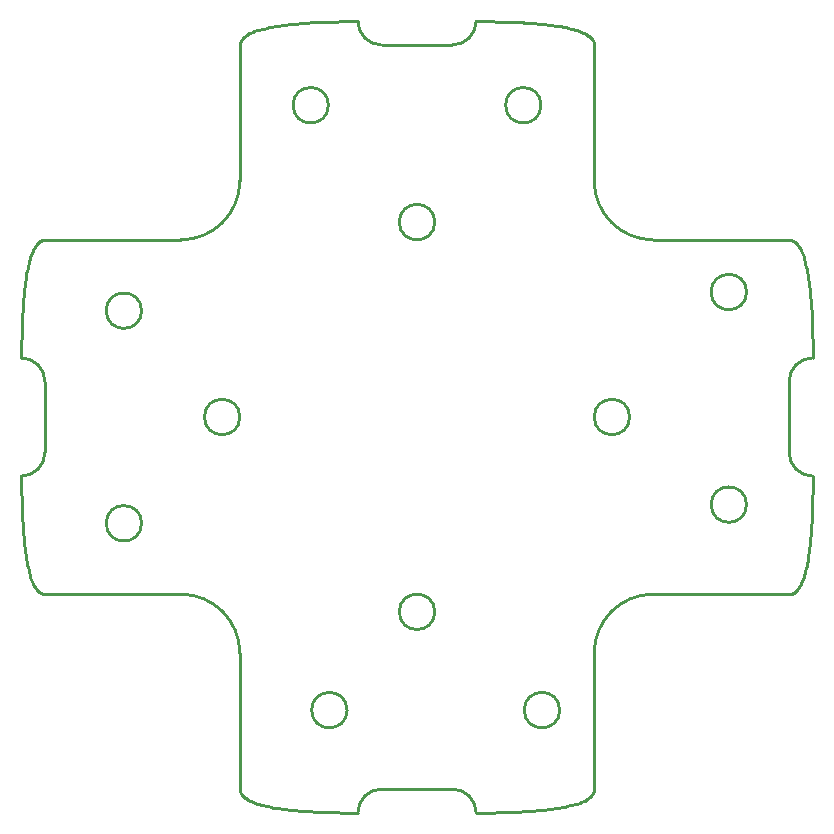
<source format=gm1>
%TF.GenerationSoftware,KiCad,Pcbnew,8.0.1*%
%TF.CreationDate,2024-03-29T22:51:32+02:00*%
%TF.ProjectId,Veis,56656973-2e6b-4696-9361-645f70636258,rev?*%
%TF.SameCoordinates,Original*%
%TF.FileFunction,Profile,NP*%
%FSLAX46Y46*%
G04 Gerber Fmt 4.6, Leading zero omitted, Abs format (unit mm)*
G04 Created by KiCad (PCBNEW 8.0.1) date 2024-03-29 22:51:32*
%MOMM*%
%LPD*%
G01*
G04 APERTURE LIST*
%ADD10C,0.250000*%
%TA.AperFunction,Profile*%
%ADD11C,0.250000*%
%TD*%
G04 APERTURE END LIST*
D10*
X141143827Y-123400123D02*
X141247531Y-123468272D01*
X140669753Y-122783827D02*
X140694444Y-122867778D01*
D11*
X158650000Y-122610000D02*
G75*
G02*
X160650000Y-124610000I0J-2000000D01*
G01*
X166150000Y-64711613D02*
G75*
G02*
X163150000Y-64711613I-1500000J0D01*
G01*
X163150000Y-64711613D02*
G75*
G02*
X166150000Y-64711613I1500000J0D01*
G01*
D10*
X170627324Y-122795941D02*
X170650000Y-122610000D01*
X123964059Y-106087324D02*
X124150000Y-106110000D01*
X149720295Y-57614535D02*
X149443919Y-57617645D01*
X149167555Y-57621808D01*
X148891208Y-57626986D01*
X148835941Y-57628141D01*
X123099136Y-77077901D02*
X123038889Y-77221111D01*
X162464059Y-124591859D02*
X162726275Y-124585842D01*
X162988468Y-124578882D01*
X163250632Y-124570907D01*
X163303061Y-124569184D01*
X123810247Y-76189012D02*
X123730247Y-76233457D01*
X142077160Y-123835679D02*
X142250000Y-123890000D01*
X146454989Y-57723379D02*
X146191283Y-57740663D01*
X145927693Y-57759628D01*
X145752041Y-57773265D01*
D11*
X170650000Y-122610000D02*
X170650000Y-111110000D01*
D10*
X147996939Y-57650816D02*
X147724073Y-57660506D01*
X147451255Y-57671457D01*
X147203288Y-57682562D01*
X188074444Y-105398889D02*
X188138642Y-105275432D01*
X147780864Y-124561605D02*
X148042275Y-124570678D01*
X148161111Y-124574444D01*
X167563580Y-58005062D02*
X167311728Y-57966543D01*
D11*
X170650000Y-111110000D02*
G75*
G02*
X175650000Y-106110000I5000000J0D01*
G01*
D10*
X166205556Y-57832222D02*
X165951406Y-57807867D01*
X165904321Y-57803580D01*
X188532716Y-104134691D02*
X188581111Y-103932222D01*
X123161358Y-76944568D02*
X123099136Y-77077901D01*
X189131859Y-84295941D02*
X189125842Y-84033724D01*
X189118882Y-83771531D01*
X189110907Y-83509367D01*
X189109184Y-83456939D01*
X124150000Y-76110000D02*
X124062099Y-76114938D01*
X160650000Y-124610000D02*
X160911483Y-124609257D01*
X161172965Y-124608240D01*
X161434442Y-124606673D01*
X161579705Y-124605465D01*
X167384694Y-124242653D02*
X167645798Y-124201587D01*
X167906236Y-124156485D01*
X122767284Y-78085309D02*
X122718889Y-78287778D01*
X188830000Y-102510000D02*
X188862499Y-102255381D01*
X188864568Y-102238395D01*
X142101247Y-58376440D02*
X141855922Y-58462121D01*
X141761111Y-58498889D01*
X163519136Y-57658395D02*
X163257724Y-57649321D01*
X163138889Y-57645556D01*
X122185556Y-83621111D02*
X122178172Y-83877122D01*
X122174691Y-84011235D01*
X123460658Y-105747188D02*
X123619388Y-105905918D01*
D11*
X140650000Y-71110000D02*
G75*
G02*
X135650001Y-76110000I-5000000J0D01*
G01*
D10*
X161579705Y-124605465D02*
X161856080Y-124602354D01*
X162132444Y-124598191D01*
X162408791Y-124593013D01*
X162464059Y-124591859D01*
D11*
X170650000Y-71110000D02*
X170650000Y-59610000D01*
D10*
X143915306Y-57977347D02*
X143654201Y-58018412D01*
X143393764Y-58063515D01*
X146027778Y-124467778D02*
X146286250Y-124485748D01*
X146358642Y-124490494D01*
X122803061Y-104273265D02*
X122871471Y-104514922D01*
X122916440Y-104658753D01*
X188430000Y-104510000D02*
X188482346Y-104327284D01*
D11*
X183548387Y-98529192D02*
G75*
G02*
X180548387Y-98529192I-1500000J0D01*
G01*
X180548387Y-98529192D02*
G75*
G02*
X183548387Y-98529192I1500000J0D01*
G01*
D10*
X150650000Y-57610000D02*
X150388516Y-57610742D01*
X150127034Y-57611759D01*
X149865557Y-57613326D01*
X149720295Y-57614535D01*
X141216893Y-58770998D02*
X141012812Y-58920658D01*
X189125309Y-98208765D02*
X189131120Y-97958770D01*
X189134198Y-97808765D01*
X170083107Y-123449002D02*
X170287188Y-123299342D01*
X188138642Y-105275432D02*
X188200864Y-105142099D01*
X141761111Y-123721111D02*
X141914198Y-123779383D01*
X144250000Y-124290000D02*
X144504618Y-124322499D01*
X144521605Y-124324568D01*
X164600617Y-57708765D02*
X164348624Y-57695026D01*
X164250000Y-57690000D01*
X188859751Y-79942200D02*
X188827855Y-79693935D01*
X188793132Y-79446050D01*
X188782653Y-79375306D01*
X170333951Y-58962099D02*
X170250000Y-58890000D01*
X147050000Y-124530000D02*
X147309093Y-124542312D01*
X147410494Y-124546790D01*
X142917574Y-58158753D02*
X142661200Y-58218377D01*
X142486735Y-58263061D01*
X123170408Y-105293673D02*
X123291927Y-105512799D01*
X123310998Y-105543107D01*
X140854082Y-59079388D02*
X140740703Y-59247188D01*
X187489753Y-106030988D02*
X187569753Y-105986543D01*
X188983086Y-101053210D02*
X189002607Y-100802455D01*
X189007778Y-100732222D01*
X189150000Y-86110000D02*
X189149257Y-85848516D01*
X189148240Y-85587034D01*
X189146673Y-85325557D01*
X189145465Y-85180295D01*
X149361111Y-124601111D02*
X149623453Y-124604435D01*
X149780864Y-124606049D01*
X188793457Y-102771728D02*
X188828907Y-102518185D01*
X188830000Y-102510000D01*
X168382426Y-124061247D02*
X168638799Y-124001622D01*
X168813265Y-123956939D01*
X187680612Y-76314082D02*
X187512812Y-76200703D01*
X122470000Y-79710000D02*
X122437500Y-79964618D01*
X122435432Y-79981605D01*
X189149012Y-96549506D02*
X189149745Y-96288550D01*
X189150000Y-96110000D01*
X166205556Y-124387778D02*
X166454464Y-124361813D01*
X166703127Y-124333592D01*
X166817800Y-124319751D01*
X122230000Y-82510000D02*
X122217687Y-82769093D01*
X122213210Y-82870494D01*
X187797901Y-105793951D02*
X187870000Y-105710000D01*
X122154535Y-97039705D02*
X122157645Y-97316080D01*
X122161808Y-97592444D01*
X122166986Y-97868791D01*
X122168141Y-97924059D01*
X147203288Y-57682562D02*
X146945990Y-57695307D01*
X146688762Y-57709373D01*
X146454989Y-57723379D01*
X164250000Y-57690000D02*
X163990906Y-57677687D01*
X163889506Y-57673210D01*
X122248765Y-82159383D02*
X122235026Y-82411375D01*
X122230000Y-82510000D01*
X166496914Y-57862840D02*
X166241992Y-57835888D01*
X166205556Y-57832222D01*
D11*
X124150000Y-106110000D02*
X135650000Y-106110000D01*
D10*
X140966049Y-123257901D02*
X141050000Y-123330000D01*
X123502099Y-76426049D02*
X123430000Y-76510000D01*
X144482200Y-57900249D02*
X144233935Y-57932144D01*
X143986050Y-57966867D01*
X143915306Y-57977347D01*
X122165802Y-84411235D02*
X122161229Y-84667403D01*
X122158889Y-84821111D01*
X188375679Y-104682840D02*
X188430000Y-104510000D01*
X188986735Y-81212041D02*
X188964346Y-80944752D01*
X188939846Y-80677650D01*
X188927778Y-80554444D01*
X146699383Y-124511235D02*
X146951375Y-124524973D01*
X147050000Y-124530000D01*
X122870000Y-77710000D02*
X122817654Y-77892716D01*
X165593210Y-57776914D02*
X165342455Y-57757392D01*
X165272222Y-57752222D01*
X142827778Y-124041111D02*
X143040123Y-124087531D01*
X161089506Y-57610988D02*
X160828550Y-57610254D01*
X160650000Y-57610000D01*
X167805556Y-58045556D02*
X167563580Y-58005062D01*
X122198395Y-83240864D02*
X122189321Y-83502275D01*
X122185556Y-83621111D01*
X162348765Y-57625802D02*
X162092596Y-57621229D01*
X161938889Y-57618889D01*
D11*
X149730808Y-115927579D02*
G75*
G02*
X146730808Y-115927579I-1500000J0D01*
G01*
X146730808Y-115927579D02*
G75*
G02*
X149730808Y-115927579I1500000J0D01*
G01*
D10*
X122440249Y-102277800D02*
X122472144Y-102526064D01*
X122506867Y-102773949D01*
X122517347Y-102844694D01*
X123787188Y-106019297D02*
X123964059Y-106087324D01*
X140694444Y-122867778D02*
X140729012Y-122949753D01*
D11*
X187150000Y-88110000D02*
X187150000Y-94110000D01*
D10*
X123038889Y-77221111D02*
X122980617Y-77374198D01*
X168674691Y-58227284D02*
X168472222Y-58178889D01*
X187407778Y-106065556D02*
X187489753Y-106030988D01*
X143262346Y-124131975D02*
X143494444Y-124174444D01*
D11*
X140650000Y-91110000D02*
G75*
G02*
X137650000Y-91110000I-1500000J0D01*
G01*
X137650000Y-91110000D02*
G75*
G02*
X140650000Y-91110000I1500000J0D01*
G01*
X167730808Y-115927579D02*
G75*
G02*
X164730808Y-115927579I-1500000J0D01*
G01*
X164730808Y-115927579D02*
G75*
G02*
X167730808Y-115927579I1500000J0D01*
G01*
D10*
X189030494Y-100401358D02*
X189046288Y-100145816D01*
X189051235Y-100060617D01*
X122174691Y-84011235D02*
X122168879Y-84261229D01*
X122165802Y-84411235D01*
X142486735Y-58263061D02*
X142245077Y-58331471D01*
X142101247Y-58376440D01*
X165904321Y-57803580D02*
X165651561Y-57781702D01*
X165593210Y-57776914D01*
X122672469Y-78500123D02*
X122628025Y-78722346D01*
X150210494Y-124609012D02*
X150471449Y-124609745D01*
X150650000Y-124610000D01*
X142432716Y-123942346D02*
X142625309Y-123992716D01*
X188754938Y-103023580D02*
X188793457Y-102771728D01*
X123430000Y-76510000D02*
X123359877Y-76603827D01*
X123619388Y-105905918D02*
X123787188Y-106019297D01*
X167311728Y-57966543D02*
X167058185Y-57931092D01*
X167050000Y-57930000D01*
X141247531Y-123468272D02*
X141361111Y-123534444D01*
X123576173Y-76351975D02*
X123502099Y-76426049D01*
X149780864Y-124606049D02*
X150035955Y-124608078D01*
X150210494Y-124609012D01*
X170605556Y-59352222D02*
X170570988Y-59270247D01*
X143736420Y-124214938D02*
X143988272Y-124253457D01*
X122150988Y-85670494D02*
X122150254Y-85931449D01*
X122150000Y-86110000D01*
X147410494Y-124546790D02*
X147665113Y-124557228D01*
X147780864Y-124561605D01*
X122545062Y-79196420D02*
X122506543Y-79448272D01*
X169938889Y-58685556D02*
X169815432Y-58621358D01*
X122158889Y-84821111D02*
X122155564Y-85083453D01*
X122153951Y-85240864D01*
X168867284Y-58277654D02*
X168674691Y-58227284D01*
X188581111Y-103932222D02*
X188627531Y-103719877D01*
X122292222Y-81487778D02*
X122274251Y-81746250D01*
X122269506Y-81818642D01*
X122698753Y-103842426D02*
X122758377Y-104098799D01*
X122803061Y-104273265D01*
X187839342Y-76472812D02*
X187680612Y-76314082D01*
D11*
X160650000Y-57610000D02*
G75*
G02*
X158650000Y-59610000I-2000000J0D01*
G01*
D10*
X189146049Y-96979136D02*
X189148078Y-96724044D01*
X189149012Y-96549506D01*
X169682099Y-58559136D02*
X169538889Y-58498889D01*
X141466327Y-58630408D02*
X141247200Y-58751927D01*
X141216893Y-58770998D01*
D11*
X183548387Y-80529192D02*
G75*
G02*
X180548387Y-80529192I-1500000J0D01*
G01*
X180548387Y-80529192D02*
G75*
G02*
X183548387Y-80529192I1500000J0D01*
G01*
D10*
X148551235Y-124585309D02*
X148801229Y-124591120D01*
X148951235Y-124594198D01*
X122924321Y-77537160D02*
X122870000Y-77710000D01*
X144521605Y-124324568D02*
X144776682Y-124354233D01*
X144803086Y-124357160D01*
X188319383Y-104845802D02*
X188375679Y-104682840D01*
X140729012Y-122949753D02*
X140773457Y-123029753D01*
X170559297Y-122972812D02*
X170627324Y-122795941D01*
D11*
X132332421Y-82110000D02*
G75*
G02*
X129332421Y-82110000I-1500000J0D01*
G01*
X129332421Y-82110000D02*
G75*
G02*
X132332421Y-82110000I1500000J0D01*
G01*
D10*
X188897160Y-101956914D02*
X188924111Y-101701992D01*
X188927778Y-101665556D01*
D11*
X135650000Y-106110000D02*
G75*
G02*
X140650000Y-111109999I0J-5000000D01*
G01*
D10*
X122585556Y-78954444D02*
X122545062Y-79196420D01*
X141050000Y-123330000D02*
X141143827Y-123400123D01*
X145395679Y-124416420D02*
X145648438Y-124438297D01*
X145706790Y-124443086D01*
X162748765Y-57634691D02*
X162498770Y-57628879D01*
X162348765Y-57625802D01*
X169538889Y-123721111D02*
X169770169Y-123620516D01*
X169833673Y-123589592D01*
X123038889Y-104998889D02*
X123139483Y-105230169D01*
X123170408Y-105293673D01*
X122213210Y-82870494D02*
X122202771Y-83125113D01*
X122198395Y-83240864D01*
X170445918Y-123140612D02*
X170559297Y-122972812D01*
X188383560Y-77561247D02*
X188297878Y-77315922D01*
X188261111Y-77221111D01*
X187335941Y-76132676D02*
X187150000Y-76110000D01*
X122190816Y-98763061D02*
X122200506Y-99035926D01*
X122211457Y-99308744D01*
X122222562Y-99556712D01*
X123730247Y-76233457D02*
X123652222Y-76287778D01*
X148951235Y-124594198D02*
X149207403Y-124598770D01*
X149361111Y-124601111D01*
X170052469Y-58751728D02*
X169938889Y-58685556D01*
X122372222Y-80554444D02*
X122347867Y-80808593D01*
X122343580Y-80855679D01*
X122980617Y-77374198D02*
X122924321Y-77537160D01*
X148161111Y-124574444D02*
X148417122Y-124581827D01*
X148551235Y-124585309D01*
X170630247Y-59436173D02*
X170605556Y-59352222D01*
X122435432Y-79981605D02*
X122405766Y-80236682D01*
X122402840Y-80263086D01*
X124062099Y-76114938D02*
X123976173Y-76129753D01*
X145094444Y-124387778D02*
X145348593Y-124412132D01*
X145395679Y-124416420D01*
X122150000Y-96110000D02*
X122150742Y-96371483D01*
X122151759Y-96632965D01*
X122153326Y-96894442D01*
X122154535Y-97039705D01*
X123976173Y-76129753D02*
X123892222Y-76154444D01*
X122313265Y-101007959D02*
X122335653Y-101275247D01*
X122360153Y-101542349D01*
X122372222Y-101665556D01*
X140827778Y-123107778D02*
X140891975Y-123183827D01*
X122506543Y-79448272D02*
X122471092Y-79701814D01*
X122470000Y-79710000D01*
X144803086Y-124357160D02*
X145058007Y-124384111D01*
X145094444Y-124387778D01*
X140654938Y-122697901D02*
X140669753Y-122783827D01*
X140773457Y-123029753D02*
X140827778Y-123107778D01*
X187150000Y-106110000D02*
X187237901Y-106105062D01*
X188927778Y-80554444D02*
X188901813Y-80305535D01*
X188873592Y-80056872D01*
X188859751Y-79942200D01*
X188261111Y-77221111D02*
X188160516Y-76989830D01*
X188129592Y-76926327D01*
X170287188Y-123299342D02*
X170445918Y-123140612D01*
X187940123Y-105616173D02*
X188008272Y-105512469D01*
X188864568Y-102238395D02*
X188894233Y-101983317D01*
X188897160Y-101956914D01*
X189070000Y-99710000D02*
X189082312Y-99450906D01*
X189086790Y-99349506D01*
X143494444Y-124174444D02*
X143736420Y-124214938D01*
D11*
X187150000Y-76110000D02*
X175650000Y-76110000D01*
D10*
X122603515Y-103366236D02*
X122651928Y-103619649D01*
X122698753Y-103842426D01*
X188671975Y-103497654D02*
X188714444Y-103265556D01*
X141914198Y-123779383D02*
X142077160Y-123835679D01*
X140740703Y-59247188D02*
X140672676Y-59424059D01*
X123359877Y-76603827D02*
X123291728Y-76707531D01*
D11*
X124150000Y-94110001D02*
G75*
G02*
X122150000Y-96110000I-2000000J1D01*
G01*
X189150000Y-96110000D02*
G75*
G02*
X187150000Y-94110000I0J2000000D01*
G01*
D10*
X145094444Y-57832222D02*
X144845535Y-57858186D01*
X144596872Y-57886407D01*
X144482200Y-57900249D01*
X188129592Y-76926327D02*
X188008072Y-76707200D01*
X187989002Y-76676893D01*
X146358642Y-124490494D02*
X146614183Y-124506288D01*
X146699383Y-124511235D01*
X167906236Y-124156485D02*
X168159649Y-124108071D01*
X168382426Y-124061247D01*
X187569753Y-105986543D02*
X187647778Y-105932222D01*
X148835941Y-57628141D02*
X148573724Y-57634157D01*
X148311531Y-57641117D01*
X148049367Y-57649092D01*
X147996939Y-57650816D01*
X170408025Y-59036173D02*
X170333951Y-58962099D01*
D11*
X175650000Y-76110000D02*
G75*
G02*
X170650000Y-71110000I0J5000000D01*
G01*
D10*
X170570988Y-59270247D02*
X170526543Y-59190247D01*
X143040123Y-124087531D02*
X143262346Y-124131975D01*
X189007778Y-100732222D02*
X189025748Y-100473749D01*
X189030494Y-100401358D01*
X188200864Y-105142099D02*
X188261111Y-104998889D01*
X188601247Y-78377574D02*
X188541622Y-78121200D01*
X188496939Y-77946735D01*
X169833673Y-123589592D02*
X170052799Y-123468072D01*
X170083107Y-123449002D01*
X141012812Y-58920658D02*
X140854082Y-59079388D01*
X187512812Y-76200703D02*
X187335941Y-76132676D01*
D11*
X158650000Y-122610000D02*
X152649999Y-122610000D01*
D10*
X169815432Y-58621358D02*
X169682099Y-58559136D01*
X165547959Y-124446735D02*
X165815247Y-124424346D01*
X166082349Y-124399846D01*
X166205556Y-124387778D01*
X145752041Y-57773265D02*
X145484752Y-57795653D01*
X145217650Y-57820153D01*
X145094444Y-57832222D01*
X142625309Y-123992716D02*
X142827778Y-124041111D01*
X141761111Y-58498889D02*
X141529830Y-58599483D01*
X141466327Y-58630408D01*
X140672676Y-59424059D02*
X140650000Y-59610000D01*
X188714444Y-103265556D02*
X188754938Y-103023580D01*
D11*
X122150000Y-86110000D02*
G75*
G02*
X124150000Y-88109999I0J-2000000D01*
G01*
D10*
X122343580Y-80855679D02*
X122321702Y-81108438D01*
X122316914Y-81166790D01*
D11*
X152649999Y-59610000D02*
X158650000Y-59610000D01*
D10*
X189051235Y-100060617D02*
X189064973Y-99808624D01*
X189070000Y-99710000D01*
X164845011Y-124496621D02*
X165108716Y-124479336D01*
X165372306Y-124460371D01*
X165547959Y-124446735D01*
X141484568Y-123598642D02*
X141617901Y-123660864D01*
D11*
X132332421Y-100110000D02*
G75*
G02*
X129332421Y-100110000I-1500000J0D01*
G01*
X129332421Y-100110000D02*
G75*
G02*
X132332421Y-100110000I1500000J0D01*
G01*
X173650000Y-91110000D02*
G75*
G02*
X170650000Y-91110000I-1500000J0D01*
G01*
X170650000Y-91110000D02*
G75*
G02*
X173650000Y-91110000I1500000J0D01*
G01*
X150650000Y-124610000D02*
G75*
G02*
X152649999Y-122610000I2000000J0D01*
G01*
D10*
X187989002Y-76676893D02*
X187839342Y-76472812D01*
X123892222Y-76154444D02*
X123810247Y-76189012D01*
X168813265Y-123956939D02*
X169054922Y-123888528D01*
X169198753Y-123843560D01*
X122263379Y-100305011D02*
X122280663Y-100568716D01*
X122299628Y-100832306D01*
X122313265Y-101007959D01*
X189086790Y-99349506D02*
X189097228Y-99094886D01*
X189101605Y-98979136D01*
X122153951Y-85240864D02*
X122151921Y-85495955D01*
X122150988Y-85670494D01*
X123225556Y-76821111D02*
X123161358Y-76944568D01*
X143393764Y-58063515D02*
X143140350Y-58111928D01*
X142917574Y-58158753D01*
X161938889Y-57618889D02*
X161676546Y-57615564D01*
X161519136Y-57613951D01*
D11*
X148150000Y-64711613D02*
G75*
G02*
X145150000Y-64711613I-1500000J0D01*
G01*
X145150000Y-64711613D02*
G75*
G02*
X148150000Y-64711613I1500000J0D01*
G01*
D10*
X122628025Y-78722346D02*
X122585556Y-78954444D01*
X189141111Y-97398889D02*
X189144435Y-97136546D01*
X189146049Y-96979136D01*
X189077438Y-82663288D02*
X189064692Y-82405990D01*
X189050626Y-82148762D01*
X189036621Y-81914989D01*
D11*
X140650000Y-59610000D02*
X140650000Y-71110000D01*
D10*
X187237901Y-106105062D02*
X187323827Y-106090247D01*
X188696485Y-78853764D02*
X188648071Y-78600350D01*
X188601247Y-78377574D01*
D11*
X175650000Y-106110000D02*
X187150000Y-106110000D01*
D10*
X140650000Y-122610000D02*
X140654938Y-122697901D01*
X188956420Y-101364321D02*
X188978297Y-101111561D01*
X188983086Y-101053210D01*
X168037654Y-58088025D02*
X167805556Y-58045556D01*
X170250000Y-58890000D02*
X170156173Y-58819877D01*
X189134198Y-97808765D02*
X189138770Y-97552596D01*
X189141111Y-97398889D01*
X122718889Y-78287778D02*
X122672469Y-78500123D01*
D11*
X124150000Y-94110001D02*
X124150000Y-88109999D01*
D10*
X142250000Y-123890000D02*
X142432716Y-123942346D01*
X189145465Y-85180295D02*
X189142354Y-84903919D01*
X189138191Y-84627555D01*
X189133013Y-84351208D01*
X189131859Y-84295941D01*
D11*
X140650000Y-111109999D02*
X140650000Y-122610000D01*
D10*
X122916440Y-104658753D02*
X123002121Y-104904077D01*
X123038889Y-104998889D01*
X189109184Y-83456939D02*
X189099493Y-83184073D01*
X189088542Y-82911255D01*
X189077438Y-82663288D01*
X188008272Y-105512469D02*
X188074444Y-105398889D01*
X122168141Y-97924059D02*
X122174157Y-98186275D01*
X122181117Y-98448468D01*
X122189092Y-98710632D01*
X122190816Y-98763061D01*
D11*
X187150000Y-88110000D02*
G75*
G02*
X189150000Y-86110000I2000000J0D01*
G01*
D10*
X122372222Y-101665556D02*
X122398186Y-101914464D01*
X122426407Y-102163127D01*
X122440249Y-102277800D01*
X163303061Y-124569184D02*
X163575926Y-124559493D01*
X163848744Y-124548542D01*
X164096712Y-124537438D01*
X141361111Y-123534444D02*
X141484568Y-123598642D01*
X122316914Y-81166790D02*
X122297392Y-81417544D01*
X122292222Y-81487778D01*
X145706790Y-124443086D02*
X145957544Y-124462607D01*
X146027778Y-124467778D01*
X187323827Y-106090247D02*
X187407778Y-106065556D01*
X169385802Y-58440617D02*
X169222840Y-58384321D01*
X122269506Y-81818642D02*
X122253711Y-82074183D01*
X122248765Y-82159383D01*
X168472222Y-58178889D02*
X168259877Y-58132469D01*
X122222562Y-99556712D02*
X122235307Y-99814009D01*
X122249373Y-100071237D01*
X122263379Y-100305011D01*
X170650000Y-59610000D02*
X170645062Y-59522099D01*
X122517347Y-102844694D02*
X122558412Y-103105798D01*
X122603515Y-103366236D01*
X170526543Y-59190247D02*
X170472222Y-59112222D01*
X123310998Y-105543107D02*
X123460658Y-105747188D01*
X169222840Y-58384321D02*
X169050000Y-58330000D01*
D11*
X157150000Y-107610000D02*
G75*
G02*
X154150000Y-107610000I-1500000J0D01*
G01*
X154150000Y-107610000D02*
G75*
G02*
X157150000Y-107610000I1500000J0D01*
G01*
D10*
X122817654Y-77892716D02*
X122767284Y-78085309D01*
X123652222Y-76287778D02*
X123576173Y-76351975D01*
X189036621Y-81914989D02*
X189019336Y-81651283D01*
X189000371Y-81387693D01*
X188986735Y-81212041D01*
X141617901Y-123660864D02*
X141761111Y-123721111D01*
X188496939Y-77946735D02*
X188428528Y-77705077D01*
X188383560Y-77561247D01*
X161519136Y-57613951D02*
X161264044Y-57611921D01*
X161089506Y-57610988D01*
X140891975Y-123183827D02*
X140966049Y-123257901D01*
X189101605Y-98979136D02*
X189110678Y-98717724D01*
X189114444Y-98598889D01*
X189114444Y-98598889D02*
X189121827Y-98342877D01*
X189125309Y-98208765D01*
X188927778Y-101665556D02*
X188952132Y-101411406D01*
X188956420Y-101364321D01*
X187723827Y-105868025D02*
X187797901Y-105793951D01*
X166817800Y-124319751D02*
X167066064Y-124287855D01*
X167313949Y-124253132D01*
X167384694Y-124242653D01*
X163138889Y-57645556D02*
X162882877Y-57638172D01*
X162748765Y-57634691D01*
X164941358Y-57729506D02*
X164685816Y-57713711D01*
X164600617Y-57708765D01*
X164096712Y-124537438D02*
X164354009Y-124524692D01*
X164611237Y-124510626D01*
X164845011Y-124496621D01*
X169198753Y-123843560D02*
X169444077Y-123757878D01*
X169538889Y-123721111D01*
X188482346Y-104327284D02*
X188532716Y-104134691D01*
X170156173Y-58819877D02*
X170052469Y-58751728D01*
X170645062Y-59522099D02*
X170630247Y-59436173D01*
X187647778Y-105932222D02*
X187723827Y-105868025D01*
X187870000Y-105710000D02*
X187940123Y-105616173D01*
X163889506Y-57673210D02*
X163634886Y-57662771D01*
X163519136Y-57658395D01*
X169538889Y-58498889D02*
X169385802Y-58440617D01*
D11*
X135650001Y-76110000D02*
X124150000Y-76110000D01*
D10*
X169050000Y-58330000D02*
X168867284Y-58277654D01*
X188261111Y-104998889D02*
X188319383Y-104845802D01*
X123291728Y-76707531D02*
X123225556Y-76821111D01*
X167050000Y-57930000D02*
X166795381Y-57897500D01*
X166778395Y-57895432D01*
D11*
X152649999Y-59610000D02*
G75*
G02*
X150650000Y-57610000I1J2000000D01*
G01*
D10*
X166778395Y-57895432D02*
X166523317Y-57865766D01*
X166496914Y-57862840D01*
X165272222Y-57752222D02*
X165013749Y-57734251D01*
X164941358Y-57729506D01*
X168259877Y-58132469D02*
X168037654Y-58088025D01*
X170472222Y-59112222D02*
X170408025Y-59036173D01*
X188627531Y-103719877D02*
X188671975Y-103497654D01*
D11*
X157150000Y-74610000D02*
G75*
G02*
X154150000Y-74610000I-1500000J0D01*
G01*
X154150000Y-74610000D02*
G75*
G02*
X157150000Y-74610000I1500000J0D01*
G01*
D10*
X143988272Y-124253457D02*
X144241814Y-124288907D01*
X144250000Y-124290000D01*
X122402840Y-80263086D02*
X122375888Y-80518007D01*
X122372222Y-80554444D01*
X188782653Y-79375306D02*
X188741587Y-79114201D01*
X188696485Y-78853764D01*
M02*

</source>
